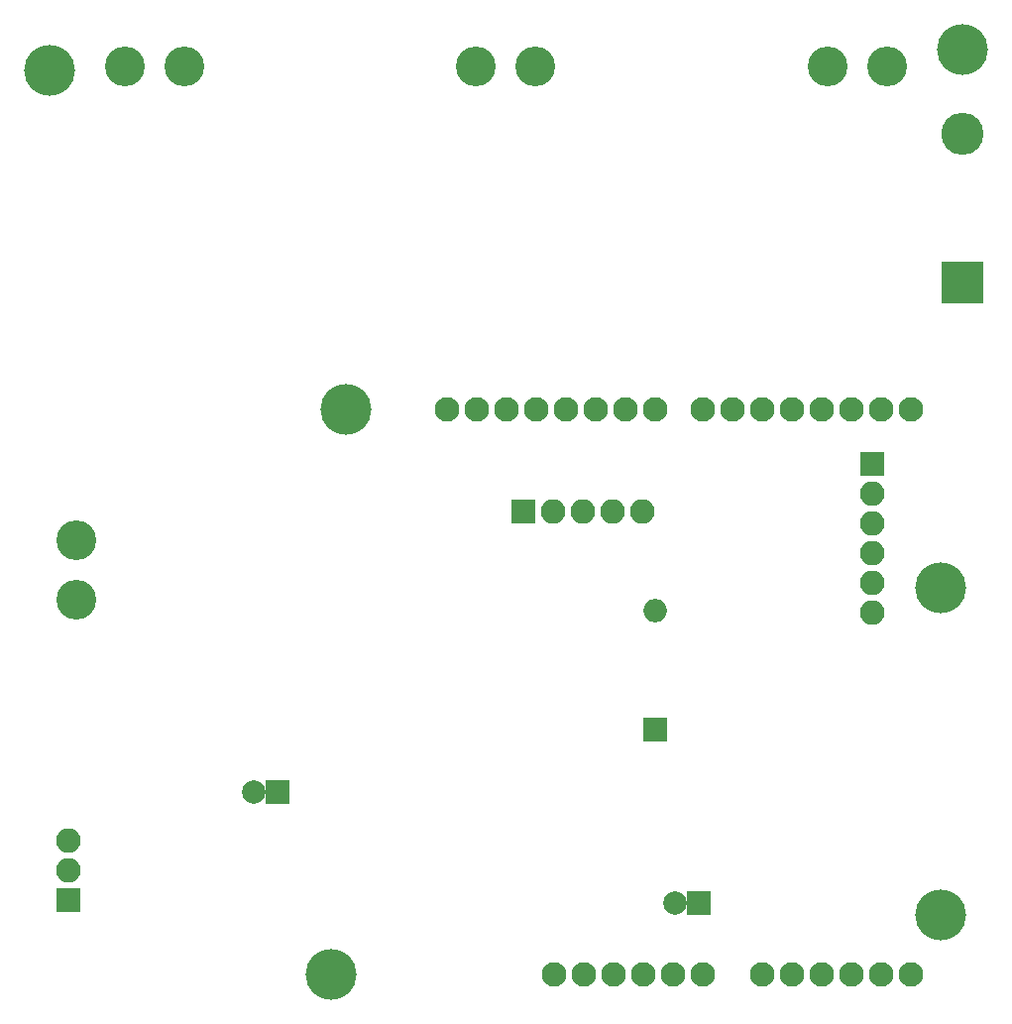
<source format=gbr>
G04 #@! TF.FileFunction,Soldermask,Bot*
%FSLAX46Y46*%
G04 Gerber Fmt 4.6, Leading zero omitted, Abs format (unit mm)*
G04 Created by KiCad (PCBNEW 4.0.4-stable) date 05/23/17 10:20:09*
%MOMM*%
%LPD*%
G01*
G04 APERTURE LIST*
%ADD10C,0.100000*%
%ADD11R,2.000000X2.000000*%
%ADD12C,2.000000*%
%ADD13O,2.000000X2.000000*%
%ADD14R,3.600000X3.600000*%
%ADD15O,3.600000X3.600000*%
%ADD16C,3.400000*%
%ADD17R,2.100000X2.100000*%
%ADD18O,2.100000X2.100000*%
%ADD19C,2.100000*%
%ADD20C,4.337000*%
G04 APERTURE END LIST*
D10*
D11*
X123000000Y-107000000D03*
D12*
X121000000Y-107000000D03*
D11*
X159000000Y-116500000D03*
D12*
X157000000Y-116500000D03*
D11*
X155300000Y-101700000D03*
D13*
X155300000Y-91540000D03*
D14*
X181550000Y-63450000D03*
D15*
X181550000Y-50750000D03*
D16*
X115080000Y-45000000D03*
X110000000Y-45000000D03*
D17*
X105150000Y-116200000D03*
D18*
X105150000Y-113660000D03*
X105150000Y-111120000D03*
D16*
X175080000Y-45000000D03*
X170000000Y-45000000D03*
X105800000Y-85520000D03*
X105800000Y-90600000D03*
X145080000Y-45000000D03*
X140000000Y-45000000D03*
D19*
X177165000Y-122555000D03*
X174625000Y-122555000D03*
X172085000Y-122555000D03*
X164465000Y-122555000D03*
X167005000Y-122555000D03*
X169545000Y-122555000D03*
X159385000Y-122555000D03*
X156845000Y-122555000D03*
X154305000Y-122555000D03*
X149225000Y-122555000D03*
X146685000Y-122555000D03*
X177165000Y-74295000D03*
X174625000Y-74295000D03*
X172085000Y-74295000D03*
X169545000Y-74295000D03*
X167005000Y-74295000D03*
X164465000Y-74295000D03*
X161925000Y-74295000D03*
X159385000Y-74295000D03*
X155321000Y-74295000D03*
X152781000Y-74295000D03*
X150241000Y-74295000D03*
X147701000Y-74295000D03*
X145161000Y-74295000D03*
X142621000Y-74295000D03*
X140081000Y-74295000D03*
X137541000Y-74295000D03*
X151765000Y-122555000D03*
D20*
X179705000Y-117475000D03*
X179705000Y-89535000D03*
X128905000Y-74295000D03*
X127635000Y-122555000D03*
X103550000Y-45350000D03*
X181550000Y-43600000D03*
D17*
X144000000Y-83000000D03*
D18*
X146540000Y-83000000D03*
X149080000Y-83000000D03*
X151620000Y-83000000D03*
X154160000Y-83000000D03*
D17*
X173800000Y-79000000D03*
D18*
X173800000Y-81540000D03*
X173800000Y-84080000D03*
X173800000Y-86620000D03*
X173800000Y-89160000D03*
X173800000Y-91700000D03*
M02*

</source>
